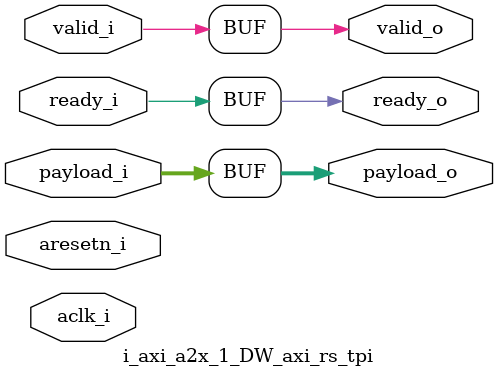
<source format=v>
/* --------------------------------------------------------------------
**
// ------------------------------------------------------------------------------
// 
// Copyright 2012 - 2023 Synopsys, INC.
// 
// This Synopsys IP and all associated documentation are proprietary to
// Synopsys, Inc. and may only be used pursuant to the terms and conditions of a
// written license agreement with Synopsys, Inc. All other use, reproduction,
// modification, or distribution of the Synopsys IP or the associated
// documentation is strictly prohibited.
// Inclusivity & Diversity - Visit SolvNetPlus to read the "Synopsys Statement on
//            Inclusivity and Diversity" (Refer to article 000036315 at
//                        https://solvnetplus.synopsys.com)
// 
// Component Name   : DW_axi_a2x
// Component Version: 2.06a
// Release Type     : GA
// Build ID         : 15.22.13.5
// ------------------------------------------------------------------------------

// 
// Release version :  2.06a
// File Version     :        $Revision: #7 $ 
// Revision: $Id: //dwh/DW_ocb/DW_axi_a2x/axi_dev_br/src/DW_axi_rs_tpi.v#7 $ 
**
** --------------------------------------------------------------------
**
** File     : DW_axi_rs_tpi.v
** Created  : 
** Abstract :
**
** --------------------------------------------------------------------
*/
`include "DW_axi_a2x_all_includes.vh"

module i_axi_a2x_1_DW_axi_rs_tpi (
 //inputs
  aclk_i,
  aresetn_i,
  valid_i,
  ready_i,
  payload_i,
  
 //outputs
  ready_o,
  valid_o,
  payload_o
);

  //parameters
  parameter TMO = 0; // 0 - pass through mode
                     // 1 - forward timing mode
                     // 2 - full timing mode
                     // 3 - backward timing mode
  parameter PLD_W = 32; // payload width

  // Timing mode Options
  localparam  RS_PSS_TMO = 0; 
  localparam  RS_FWD_TMO = 1; 
  localparam  RS_FUL_TMO = 2; 
  localparam  RS_BWD_TMO = 3; 

  //inputs
  input              aclk_i;    //clock
  input              aresetn_i; //reset
  input              ready_i;   //ready signal
  input              valid_i;   //valid signal
  input [PLD_W-1:0]  payload_i; //payload
  
  //outputs
  output             ready_o;
  output             valid_o;
  output [PLD_W-1:0] payload_o;

  wire             ready_o;
  wire             valid_o;
  wire [PLD_W-1:0] payload_o;
  
  generate if (TMO==1) begin: A_SP_PIPELINE 
  //////////////////////////////////////////////////////////////////////
  // forward timing mode
  // payload_i and valid_i have to be registered.
  //////////////////////////////////////////////////////////////////////
  reg              r_valid_fd;
  reg  [PLD_W-1:0] r_pld_fd;

  wire             s_ready_fd;
  wire             s_valid_fd;
  // wire [PLD_W-1:0] s_pld_fd;

  //--------------------------------------------------------------------
  //ready_o (s_ready_fd) generation
  //ready_o depends on ready_i and valid_o (r_valid_fd).
  //If valid_o low (no payload in register), ready_o should be high
  //which means the payload register can accept payload.
  //--------------------------------------------------------------------
  assign s_ready_fd = ready_i | (!r_valid_fd);

  
  //--------------------------------------------------------------------
  //valid_o (r_valid_fd) generation
  //valid_o depends on ready_o. If ready_o low (payload exists in the
  //register), keep previous value of valid_o.
  //--------------------------------------------------------------------
  assign s_valid_fd = s_ready_fd ? valid_i : r_valid_fd;

  always @( posedge aclk_i or negedge aresetn_i ) begin : r_valid_fd_PROC
    if ( !aresetn_i ) begin
      r_valid_fd <= 1'b0;
    end //if
    else begin
      r_valid_fd <= s_valid_fd;
    end //else
  end //always

  //--------------------------------------------------------------------
  //payload_o (r_pld_fd) loading
  //If ready_o high (payload register empty), payload_i loaded into the
  //payload register. If ready_o low, keep the payload in the register.
  //--------------------------------------------------------------------
  // assign s_pld_fd = s_ready_fd ? payload_i : r_pld_fd;

  always @( posedge aclk_i or negedge aresetn_i ) begin : r_pld_fd_PROC
    if ( !aresetn_i ) begin
      r_pld_fd <= {PLD_W{1'b0}};
    end //if
    else begin
      if (s_ready_fd) begin  
        r_pld_fd <= payload_i;
      end
    end //else
  end //always 

  assign ready_o   = s_ready_fd;
  assign valid_o   = r_valid_fd;
  assign payload_o = r_pld_fd;
  end //A_SP_PIPELINE_ONE
  

  else if(TMO==2) begin: A_SP_PIPELINE_TWO
  //////////////////////////////////////////////////////////////////////
  // full timing mode
  // all payload_i, ready_i and valid_i signals have to be registered.
  // use two payload registers to store payload and the two registers
  // organized as FIFO.
  //////////////////////////////////////////////////////////////////////
  reg              pointer_in;
  reg              pointer_out;
  reg  [1:0]       r_cnt;
  reg              r_ready_fl;
  reg              r_valid_fl;
  reg  [PLD_W-1:0] r_pld_fl_zero;
  reg  [PLD_W-1:0] r_pld_fl_one;

  wire             s_pointer_in;
  wire             s_pointer_out;
  wire [1:0]       s_cnt;
  wire [1:0]       ss_cnt;
  wire [1:0]       sss_cnt;
  wire             s_ready_fl;
  wire             ss_ready_fl;
  wire             s_ready_mux;
  wire             s_valid_fl;
  wire             ss_valid_fl;
  wire             s_valid_mux;
  wire [PLD_W-1:0] s_pld_fl;
  wire [PLD_W-1:0] s_pld_fl_zero;
  wire [PLD_W-1:0] s_pld_fl_one;
  
  //--------------------------------------------------------------------
  //pointer_in generation.Which payload register is for loading payload.
  //So if valid_i and ready_o high, pointer_in increases by 1.
  //--------------------------------------------------------------------
  assign s_pointer_in = ( valid_i & r_ready_fl ) ? 
                         !pointer_in : 
                          pointer_in;             

  always @( posedge aclk_i or negedge aresetn_i ) begin : pointer_in_PROC
    if ( !aresetn_i ) begin
      pointer_in <= 1'b0;
    end //if
    else begin
      pointer_in <= s_pointer_in;
    end //else
  end //always

  //--------------------------------------------------------------------
  //pointer_out generation. destination samples which payload register.
  //So if valid_o and ready_i high, pointer_out increases by 1.
  //--------------------------------------------------------------------
  assign s_pointer_out = ( r_valid_fl & ready_i ) ?
                          !pointer_out :
                           pointer_out;

  always @( posedge aclk_i or negedge aresetn_i ) begin : pointer_out_PROC
    if ( !aresetn_i ) begin
      pointer_out <= 1'b0;
    end //if
    else begin
      pointer_out <= s_pointer_out;
    end //else
  end //always

  //--------------------------------------------------------------------
  //r_cnt generation. Indicates the two registers full or empty.
  //If ready_i and valid_o high, r_cnt - 1;
  //If ready_o and valid_i high, r_cnt + 1;
  //If all the ready_i, ready_o, valid_i and valid_o high, r_cnt = r_cnt
  //If r_cnt = 2, two registers full.
  //If r_cnt = 0, two registers empty.
  //--------------------------------------------------------------------
  assign sss_cnt = ( ready_i & r_valid_fl ) ?
                   ( r_cnt - 2'h1 ) :
                     r_cnt;

  assign ss_cnt = ( r_ready_fl & valid_i ) ?
                  ( r_cnt + 2'h1 ) :
                    sss_cnt;

  assign s_cnt = ( valid_i & r_ready_fl & r_valid_fl & ready_i ) ?
                   r_cnt :
                   ss_cnt;

  always @( posedge aclk_i or negedge aresetn_i ) begin : r_cnt_PROC
    if ( !aresetn_i ) begin
      r_cnt <= 2'b0;
    end //if
    else begin
      r_cnt <= s_cnt;
    end //else
  end //always

  //--------------------------------------------------------------------
  //ready_o (r_ready_fl) generation
  //ready_o depends on ready_i and whether the two registers are full.
  //If ready_i and valid_o high (r_valid_fl) and r_cnt = 1, r_ready_fl
  //must go low at the next cycle if ready_i is not asserted.
  //default ready_o is 1'b1.
  //--------------------------------------------------------------------
  assign s_ready_mux = r_ready_fl & valid_i & (!(r_valid_fl & ready_i)) &
                       ( r_cnt == 2'b01 );

  assign ss_ready_fl = s_ready_mux ? 1'b0 : r_ready_fl;

  assign s_ready_fl = ready_i | ss_ready_fl;

  always @( posedge aclk_i or negedge aresetn_i ) begin : r_ready_fl_PROC
    if ( !aresetn_i ) begin
      r_ready_fl <= 1'b1;
    end //if
    else begin
      r_ready_fl <= s_ready_fl;
    end //else
  end //always

  //--------------------------------------------------------------------
  //valid_o (r_valid_fl) generation
  //valid_o depends on valid_i and whether the payload registers are
  //empty. So if ready_i and r_valid_fl(valid_o) are high and r_cnt=1,
  //r_valid_fl must go low at the next cycle if valid_i is not asserted.
  //--------------------------------------------------------------------
  assign s_valid_mux = r_valid_fl & ready_i & (!(valid_i & r_ready_fl)) &
                       ( r_cnt == 2'b01 );

  assign ss_valid_fl = s_valid_mux ? 1'b0 : r_valid_fl;

  assign s_valid_fl = valid_i | ss_valid_fl;

  always @( posedge aclk_i or negedge aresetn_i ) begin : r_valid_fl_PROC
    if ( !aresetn_i ) begin
      r_valid_fl <= 1'b0;
    end //if
    else begin
      r_valid_fl <= s_valid_fl;
    end //else
  end //always

  //--------------------------------------------------------------------
  //payload registers loading and sampling
  //If valid_i and ready_o high and pointer_in low, payload should be
  //loaded into payload register 0. If valid_i and ready_o high and 
  //pointer_in high, payload should go to payload register 1.
  //On the sampling side, if pointer_out low, pick up payload from
  //the payload register 0. If pointer_out high, pick up payload from
  //the payload register 1.
  //--------------------------------------------------------------------
  assign s_pld_fl_zero = ( valid_i & r_ready_fl & (!pointer_in) ) ?
                           payload_i :
                           r_pld_fl_zero;

  assign s_pld_fl_one = ( valid_i & r_ready_fl & pointer_in ) ?
                           payload_i :
                           r_pld_fl_one;

  always @( posedge aclk_i or negedge aresetn_i ) begin : r_pld_fl_zero_PROC
    if ( !aresetn_i ) begin
      r_pld_fl_zero <= {PLD_W{1'b0}};
    end //if
    else begin
      r_pld_fl_zero <= s_pld_fl_zero;
    end //else
  end //always
  
  always @( posedge aclk_i or negedge aresetn_i ) begin : r_pld_fl_one_PROC
    if ( !aresetn_i ) begin
      r_pld_fl_one <= {PLD_W{1'b0}};
    end //if
    else begin
      r_pld_fl_one <= s_pld_fl_one;
    end //else
  end //always

  assign s_pld_fl = pointer_out ? r_pld_fl_one : r_pld_fl_zero;
  
  assign payload_o = s_pld_fl;
  assign ready_o   = r_ready_fl;
  assign valid_o   = r_valid_fl;
  end //A_SP_PIPELINE_TWO

  else if (TMO==3) begin: A_SP_PIPELINE_THREE
  //////////////////////////////////////////////////////////////////////
  //backward register mode
  //only ready_i needs to be registered.
  //////////////////////////////////////////////////////////////////////
  reg              r_ready_bd;
  reg  [PLD_W-1:0] r_pld_bd;
  reg              r_sel;
  reg              r_valid_bd;

  wire             s_ready_bd;
  wire             s_valid_bd;
  wire             ss_valid_bd;
  wire             sss_valid_bd;
  wire [PLD_W-1:0] s_pld_bd;
  // wire [PLD_W-1:0] ss_pld_bd;
  wire             s_sel;
  wire             ss_sel;

  //--------------------------------------------------------------------
  //valid_o (s_valid_bd) generation
  //If ready_o low (one payload in the payload register), valid_o should
  //be high.
  //--------------------------------------------------------------------

  assign sss_valid_bd = r_ready_bd ? valid_i : r_valid_bd;

  always @( posedge aclk_i or negedge aresetn_i ) begin : r_valid_bd_PROC
    if ( !aresetn_i ) begin
      r_valid_bd <= 1'b0;
    end //if
    else begin
      r_valid_bd <= sss_valid_bd;
    end //else
  end //always

  assign ss_valid_bd = r_sel ? r_valid_bd : valid_i;

  
  assign s_valid_bd = ss_valid_bd | (!r_ready_bd);

  //--------------------------------------------------------------------
  //ready_o (r_ready_bd) generation
  //ready_o depends on ready_i and valid_o. If valid_o high (payload in
  //the register) and when ready_i high, the payload sampled. So
  //ready_o goes high at the next cycle (payload register empty).
  //default ready_o is 1'b1.
  //--------------------------------------------------------------------
  assign s_ready_bd = s_valid_bd ? ready_i : r_ready_bd;

  always @( posedge aclk_i or negedge aresetn_i ) begin : r_ready_bd_PROC
    if ( !aresetn_i ) begin
      r_ready_bd <= 1'b1;
    end //if
    else begin
      r_ready_bd <= s_ready_bd;
    end //else
  end //always

  //--------------------------------------------------------------------
  //r_sel generation. used to select payload from payload_i or from
  //payload register.
  //If ready_i low and valid_i high, payload not sampled by destination.
  //So s_sel goes high. If ready_i high, valid_i low and valid_o high,
  //payload sampled by destination. s_sel goes low.
  //--------------------------------------------------------------------
  assign ss_sel = ( s_valid_bd & ready_i & (!r_ready_bd) ) ? 1'b0 : r_sel;

  assign s_sel = ( valid_i & (!ready_i) ) | ss_sel;

  always @( posedge aclk_i or negedge aresetn_i ) begin : r_sel_PROC
    if ( !aresetn_i ) begin
      r_sel  <= 1'b0;
    end //if
    else begin
      r_sel  <= s_sel;
    end //else
  end //always

  //--------------------------------------------------------------------
  //payload loading and selection.
  //If r_sel is 0, payload_o (s_pld_bd) from payload_i.
  //If r_sel is 1, payload_o from payload register.
  //If ready_o high, payload_i always loaded to payload register.
  //--------------------------------------------------------------------
  // assign ss_pld_bd = r_ready_bd ? payload_i : r_pld_bd;

  always @( posedge aclk_i or negedge aresetn_i ) begin : r_pld_bd_PROC
    if ( !aresetn_i ) begin
      r_pld_bd <= {PLD_W{1'b0}};
    end //if
    else begin
      if (r_ready_bd) begin  
        r_pld_bd <= payload_i;
      end  
    end //else
  end //always

  assign s_pld_bd  = r_sel ? r_pld_bd : payload_i;
  
  assign payload_o = s_pld_bd;
  assign ready_o   = r_ready_bd;
  assign valid_o   = s_valid_bd;
  end //A_SP_PIPELINE_THREE

  else if (TMO==0) begin: A_SP_PIPELINE_ZERO
  assign payload_o = payload_i;
  assign ready_o   = ready_i;
  assign valid_o   = valid_i;
  end //A_SP_PIPELINE_ZERO
  endgenerate //TMO


endmodule
//Revision: $Id: //dwh/DW_ocb/DW_axi_a2x/axi_dev_br/src/DW_axi_rs_tpi.v#7 $

</source>
